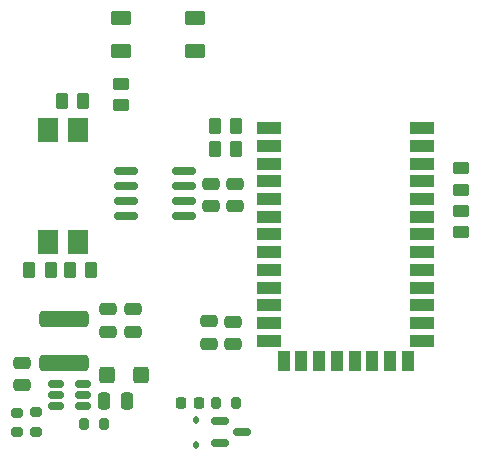
<source format=gbr>
%TF.GenerationSoftware,KiCad,Pcbnew,8.0.6-8.0.6-0~ubuntu24.04.1*%
%TF.CreationDate,2024-10-24T15:12:09+03:00*%
%TF.ProjectId,navigator,6e617669-6761-4746-9f72-2e6b69636164,rev?*%
%TF.SameCoordinates,Original*%
%TF.FileFunction,Paste,Top*%
%TF.FilePolarity,Positive*%
%FSLAX46Y46*%
G04 Gerber Fmt 4.6, Leading zero omitted, Abs format (unit mm)*
G04 Created by KiCad (PCBNEW 8.0.6-8.0.6-0~ubuntu24.04.1) date 2024-10-24 15:12:09*
%MOMM*%
%LPD*%
G01*
G04 APERTURE LIST*
G04 Aperture macros list*
%AMRoundRect*
0 Rectangle with rounded corners*
0 $1 Rounding radius*
0 $2 $3 $4 $5 $6 $7 $8 $9 X,Y pos of 4 corners*
0 Add a 4 corners polygon primitive as box body*
4,1,4,$2,$3,$4,$5,$6,$7,$8,$9,$2,$3,0*
0 Add four circle primitives for the rounded corners*
1,1,$1+$1,$2,$3*
1,1,$1+$1,$4,$5*
1,1,$1+$1,$6,$7*
1,1,$1+$1,$8,$9*
0 Add four rect primitives between the rounded corners*
20,1,$1+$1,$2,$3,$4,$5,0*
20,1,$1+$1,$4,$5,$6,$7,0*
20,1,$1+$1,$6,$7,$8,$9,0*
20,1,$1+$1,$8,$9,$2,$3,0*%
G04 Aperture macros list end*
%ADD10RoundRect,0.250000X-0.450000X0.262500X-0.450000X-0.262500X0.450000X-0.262500X0.450000X0.262500X0*%
%ADD11RoundRect,0.250000X-0.262500X-0.450000X0.262500X-0.450000X0.262500X0.450000X-0.262500X0.450000X0*%
%ADD12R,1.780000X2.000000*%
%ADD13RoundRect,0.250000X-0.250000X-0.475000X0.250000X-0.475000X0.250000X0.475000X-0.250000X0.475000X0*%
%ADD14R,2.000000X1.000000*%
%ADD15R,1.000000X1.800000*%
%ADD16RoundRect,0.250000X0.475000X-0.250000X0.475000X0.250000X-0.475000X0.250000X-0.475000X-0.250000X0*%
%ADD17RoundRect,0.150000X0.825000X0.150000X-0.825000X0.150000X-0.825000X-0.150000X0.825000X-0.150000X0*%
%ADD18RoundRect,0.200000X-0.200000X-0.275000X0.200000X-0.275000X0.200000X0.275000X-0.200000X0.275000X0*%
%ADD19RoundRect,0.350000X-1.750000X-0.350000X1.750000X-0.350000X1.750000X0.350000X-1.750000X0.350000X0*%
%ADD20RoundRect,0.200000X0.200000X0.275000X-0.200000X0.275000X-0.200000X-0.275000X0.200000X-0.275000X0*%
%ADD21RoundRect,0.200000X-0.275000X0.200000X-0.275000X-0.200000X0.275000X-0.200000X0.275000X0.200000X0*%
%ADD22RoundRect,0.250000X-0.475000X0.250000X-0.475000X-0.250000X0.475000X-0.250000X0.475000X0.250000X0*%
%ADD23RoundRect,0.250000X0.450000X-0.262500X0.450000X0.262500X-0.450000X0.262500X-0.450000X-0.262500X0*%
%ADD24RoundRect,0.150000X-0.587500X-0.150000X0.587500X-0.150000X0.587500X0.150000X-0.587500X0.150000X0*%
%ADD25RoundRect,0.250000X0.262500X0.450000X-0.262500X0.450000X-0.262500X-0.450000X0.262500X-0.450000X0*%
%ADD26RoundRect,0.250000X-0.625000X0.375000X-0.625000X-0.375000X0.625000X-0.375000X0.625000X0.375000X0*%
%ADD27RoundRect,0.250000X-0.400000X-0.450000X0.400000X-0.450000X0.400000X0.450000X-0.400000X0.450000X0*%
%ADD28RoundRect,0.150000X-0.512500X-0.150000X0.512500X-0.150000X0.512500X0.150000X-0.512500X0.150000X0*%
%ADD29RoundRect,0.225000X0.225000X0.250000X-0.225000X0.250000X-0.225000X-0.250000X0.225000X-0.250000X0*%
%ADD30RoundRect,0.200000X0.275000X-0.200000X0.275000X0.200000X-0.275000X0.200000X-0.275000X-0.200000X0*%
%ADD31RoundRect,0.112500X0.112500X-0.187500X0.112500X0.187500X-0.112500X0.187500X-0.112500X-0.187500X0*%
G04 APERTURE END LIST*
D10*
%TO.C,R107*%
X113680000Y-65515000D03*
X113680000Y-67340000D03*
%TD*%
D11*
%TO.C,R111*%
X77107500Y-70560000D03*
X78932500Y-70560000D03*
%TD*%
D12*
%TO.C,U101*%
X78710000Y-68175000D03*
X81250000Y-68175000D03*
X81250000Y-58645000D03*
X78710000Y-58645000D03*
%TD*%
D13*
%TO.C,C104*%
X83440000Y-81620000D03*
X85340000Y-81620000D03*
%TD*%
D14*
%TO.C,BT101*%
X97390000Y-58520000D03*
X97390000Y-60020000D03*
X97390000Y-61520000D03*
X97390000Y-63020000D03*
X97390000Y-64520000D03*
X97390000Y-66020000D03*
X97390000Y-67520000D03*
X97390000Y-69020000D03*
X97390000Y-70520000D03*
X97390000Y-72020000D03*
X97390000Y-73520000D03*
X97390000Y-75020000D03*
X97390000Y-76520000D03*
D15*
X98640000Y-78270000D03*
X100140000Y-78270000D03*
X101640000Y-78270000D03*
X103140000Y-78270000D03*
X104640000Y-78270000D03*
X106140000Y-78270000D03*
X107640000Y-78270000D03*
X109140000Y-78270000D03*
D14*
X110390000Y-76520000D03*
X110390000Y-75020000D03*
X110390000Y-73520000D03*
X110390000Y-72020000D03*
X110390000Y-70520000D03*
X110390000Y-69020000D03*
X110390000Y-67520000D03*
X110390000Y-66020000D03*
X110390000Y-64520000D03*
X110390000Y-63020000D03*
X110390000Y-61520000D03*
X110390000Y-60020000D03*
X110390000Y-58520000D03*
%TD*%
D16*
%TO.C,C105*%
X76490000Y-80280000D03*
X76490000Y-78380000D03*
%TD*%
D17*
%TO.C,U103*%
X90225000Y-65920000D03*
X90225000Y-64650000D03*
X90225000Y-63380000D03*
X90225000Y-62110000D03*
X85275000Y-62110000D03*
X85275000Y-63380000D03*
X85275000Y-64650000D03*
X85275000Y-65920000D03*
%TD*%
D18*
%TO.C,R109*%
X92920000Y-81760000D03*
X94570000Y-81760000D03*
%TD*%
D11*
%TO.C,R112*%
X80527500Y-70520000D03*
X82352500Y-70520000D03*
%TD*%
D19*
%TO.C,L101*%
X80080000Y-78417500D03*
X80080000Y-74667500D03*
%TD*%
D20*
%TO.C,R104*%
X83400000Y-83590000D03*
X81750000Y-83590000D03*
%TD*%
D21*
%TO.C,R105*%
X76070000Y-82610000D03*
X76070000Y-84260000D03*
%TD*%
D11*
%TO.C,R102*%
X92787500Y-58320000D03*
X94612500Y-58320000D03*
%TD*%
%TO.C,R101*%
X92795000Y-60320000D03*
X94620000Y-60320000D03*
%TD*%
D22*
%TO.C,C103*%
X92282500Y-74890000D03*
X92282500Y-76790000D03*
%TD*%
%TO.C,C108*%
X85880000Y-73840000D03*
X85880000Y-75740000D03*
%TD*%
D23*
%TO.C,R108*%
X113680000Y-63755000D03*
X113680000Y-61930000D03*
%TD*%
D24*
%TO.C,Q101*%
X93255000Y-83320000D03*
X93255000Y-85220000D03*
X95130000Y-84270000D03*
%TD*%
D25*
%TO.C,R113*%
X81672500Y-56250000D03*
X79847500Y-56250000D03*
%TD*%
D26*
%TO.C,D101*%
X84870000Y-49172500D03*
X84870000Y-51972500D03*
%TD*%
D16*
%TO.C,C101*%
X92515000Y-65110000D03*
X92515000Y-63210000D03*
%TD*%
D22*
%TO.C,C102*%
X94392500Y-74910000D03*
X94392500Y-76810000D03*
%TD*%
D16*
%TO.C,C106*%
X94500000Y-65110000D03*
X94500000Y-63210000D03*
%TD*%
D27*
%TO.C,D102*%
X83652500Y-79400000D03*
X86552500Y-79400000D03*
%TD*%
D26*
%TO.C,D103*%
X91140000Y-49200000D03*
X91140000Y-52000000D03*
%TD*%
D23*
%TO.C,R103*%
X84900000Y-56602500D03*
X84900000Y-54777500D03*
%TD*%
D28*
%TO.C,U102*%
X79405000Y-80150000D03*
X79405000Y-81100000D03*
X79405000Y-82050000D03*
X81680000Y-82050000D03*
X81680000Y-81100000D03*
X81680000Y-80150000D03*
%TD*%
D29*
%TO.C,C109*%
X91460000Y-81800000D03*
X89910000Y-81800000D03*
%TD*%
D30*
%TO.C,R106*%
X77640000Y-84230000D03*
X77640000Y-82580000D03*
%TD*%
D31*
%TO.C,D104*%
X91230000Y-85307500D03*
X91230000Y-83207500D03*
%TD*%
D22*
%TO.C,C107*%
X83800000Y-73860000D03*
X83800000Y-75760000D03*
%TD*%
M02*

</source>
